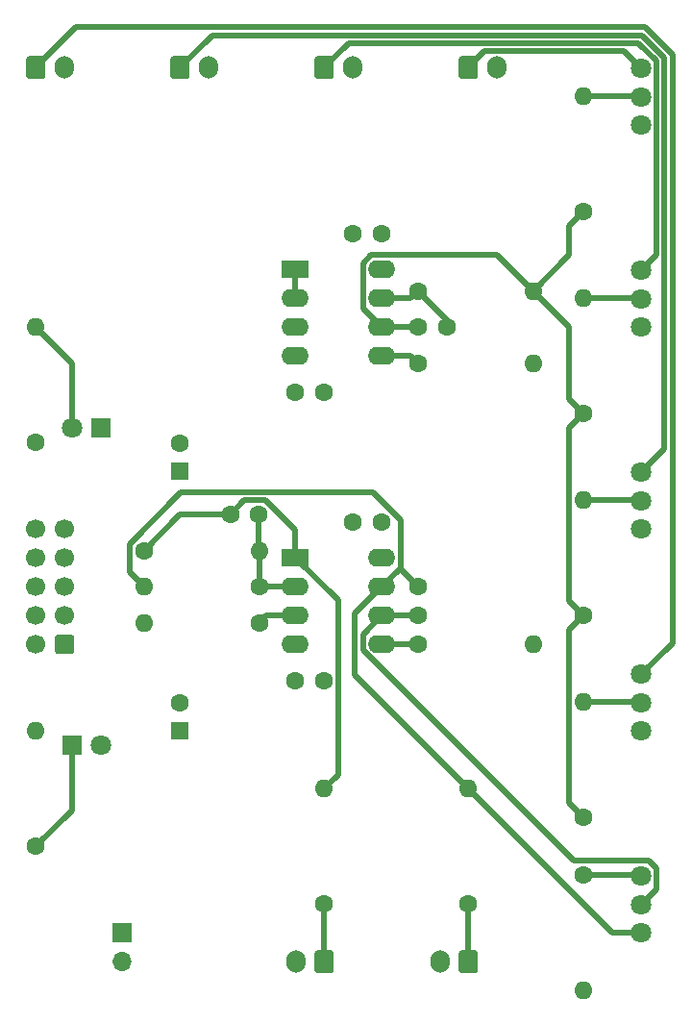
<source format=gtl>
G04 #@! TF.GenerationSoftware,KiCad,Pcbnew,(5.1.10)-1*
G04 #@! TF.CreationDate,2021-07-20T07:39:07+09:00*
G04 #@! TF.ProjectId,MIX04,4d495830-342e-46b6-9963-61645f706362,Ver. 1.0*
G04 #@! TF.SameCoordinates,Original*
G04 #@! TF.FileFunction,Copper,L1,Top*
G04 #@! TF.FilePolarity,Positive*
%FSLAX46Y46*%
G04 Gerber Fmt 4.6, Leading zero omitted, Abs format (unit mm)*
G04 Created by KiCad (PCBNEW (5.1.10)-1) date 2021-07-20 07:39:07*
%MOMM*%
%LPD*%
G01*
G04 APERTURE LIST*
G04 #@! TA.AperFunction,ComponentPad*
%ADD10O,2.400000X1.600000*%
G04 #@! TD*
G04 #@! TA.AperFunction,ComponentPad*
%ADD11R,2.400000X1.600000*%
G04 #@! TD*
G04 #@! TA.AperFunction,ComponentPad*
%ADD12C,1.800000*%
G04 #@! TD*
G04 #@! TA.AperFunction,ComponentPad*
%ADD13O,1.600000X1.600000*%
G04 #@! TD*
G04 #@! TA.AperFunction,ComponentPad*
%ADD14C,1.600000*%
G04 #@! TD*
G04 #@! TA.AperFunction,ComponentPad*
%ADD15O,1.700000X1.700000*%
G04 #@! TD*
G04 #@! TA.AperFunction,ComponentPad*
%ADD16R,1.700000X1.700000*%
G04 #@! TD*
G04 #@! TA.AperFunction,ComponentPad*
%ADD17C,1.700000*%
G04 #@! TD*
G04 #@! TA.AperFunction,ComponentPad*
%ADD18O,1.700000X2.000000*%
G04 #@! TD*
G04 #@! TA.AperFunction,ComponentPad*
%ADD19R,1.800000X1.800000*%
G04 #@! TD*
G04 #@! TA.AperFunction,ComponentPad*
%ADD20R,1.600000X1.600000*%
G04 #@! TD*
G04 #@! TA.AperFunction,Conductor*
%ADD21C,0.500000*%
G04 #@! TD*
G04 APERTURE END LIST*
D10*
G04 #@! TO.P,U1,8*
G04 #@! TO.N,+12V*
X139700000Y-101600000D03*
G04 #@! TO.P,U1,4*
G04 #@! TO.N,-12V*
X132080000Y-109220000D03*
G04 #@! TO.P,U1,7*
G04 #@! TO.N,Net-(C3-Pad1)*
X139700000Y-104140000D03*
G04 #@! TO.P,U1,3*
G04 #@! TO.N,Net-(R7-Pad1)*
X132080000Y-106680000D03*
G04 #@! TO.P,U1,6*
G04 #@! TO.N,Net-(C3-Pad2)*
X139700000Y-106680000D03*
G04 #@! TO.P,U1,2*
G04 #@! TO.N,Net-(C1-Pad2)*
X132080000Y-104140000D03*
G04 #@! TO.P,U1,5*
G04 #@! TO.N,Net-(R11-Pad1)*
X139700000Y-109220000D03*
D11*
G04 #@! TO.P,U1,1*
G04 #@! TO.N,Net-(C1-Pad1)*
X132080000Y-101600000D03*
G04 #@! TD*
D10*
G04 #@! TO.P,U2,8*
G04 #@! TO.N,+12V*
X139700000Y-76200000D03*
G04 #@! TO.P,U2,4*
G04 #@! TO.N,-12V*
X132080000Y-83820000D03*
G04 #@! TO.P,U2,7*
G04 #@! TO.N,Net-(C2-Pad1)*
X139700000Y-78740000D03*
G04 #@! TO.P,U2,3*
G04 #@! TO.N,GND*
X132080000Y-81280000D03*
G04 #@! TO.P,U2,6*
G04 #@! TO.N,Net-(C2-Pad2)*
X139700000Y-81280000D03*
G04 #@! TO.P,U2,2*
G04 #@! TO.N,Net-(U2-Pad1)*
X132080000Y-78740000D03*
G04 #@! TO.P,U2,5*
G04 #@! TO.N,Net-(R8-Pad1)*
X139700000Y-83820000D03*
D11*
G04 #@! TO.P,U2,1*
G04 #@! TO.N,Net-(U2-Pad1)*
X132080000Y-76200000D03*
G04 #@! TD*
D12*
G04 #@! TO.P,RV5,1*
G04 #@! TO.N,GND*
X162560000Y-116840000D03*
G04 #@! TO.P,RV5,2*
G04 #@! TO.N,Net-(R14-Pad2)*
X162560000Y-114340000D03*
G04 #@! TO.P,RV5,3*
G04 #@! TO.N,Net-(J6-Pad1)*
X162560000Y-111840000D03*
G04 #@! TD*
G04 #@! TO.P,RV4,1*
G04 #@! TO.N,GND*
X162560000Y-99060000D03*
G04 #@! TO.P,RV4,2*
G04 #@! TO.N,Net-(R12-Pad2)*
X162560000Y-96560000D03*
G04 #@! TO.P,RV4,3*
G04 #@! TO.N,Net-(J5-Pad1)*
X162560000Y-94060000D03*
G04 #@! TD*
G04 #@! TO.P,RV3,1*
G04 #@! TO.N,GND*
X162560000Y-81280000D03*
G04 #@! TO.P,RV3,2*
G04 #@! TO.N,Net-(R10-Pad2)*
X162560000Y-78780000D03*
G04 #@! TO.P,RV3,3*
G04 #@! TO.N,Net-(J3-Pad1)*
X162560000Y-76280000D03*
G04 #@! TD*
G04 #@! TO.P,RV2,1*
G04 #@! TO.N,GND*
X162560000Y-63500000D03*
G04 #@! TO.P,RV2,2*
G04 #@! TO.N,Net-(R6-Pad2)*
X162560000Y-61000000D03*
G04 #@! TO.P,RV2,3*
G04 #@! TO.N,Net-(J1-Pad1)*
X162560000Y-58500000D03*
G04 #@! TD*
G04 #@! TO.P,RV1,1*
G04 #@! TO.N,Net-(C3-Pad1)*
X162560000Y-134620000D03*
G04 #@! TO.P,RV1,2*
G04 #@! TO.N,Net-(C3-Pad2)*
X162560000Y-132120000D03*
G04 #@! TO.P,RV1,3*
G04 #@! TO.N,Net-(R4-Pad1)*
X162560000Y-129620000D03*
G04 #@! TD*
D13*
G04 #@! TO.P,R15,2*
G04 #@! TO.N,-12V*
X109220000Y-116840000D03*
D14*
G04 #@! TO.P,R15,1*
G04 #@! TO.N,Net-(D2-Pad1)*
X109220000Y-127000000D03*
G04 #@! TD*
D13*
G04 #@! TO.P,R14,2*
G04 #@! TO.N,Net-(R14-Pad2)*
X157480000Y-114300000D03*
D14*
G04 #@! TO.P,R14,1*
G04 #@! TO.N,Net-(C2-Pad2)*
X157480000Y-124460000D03*
G04 #@! TD*
D13*
G04 #@! TO.P,R13,2*
G04 #@! TO.N,Net-(D1-Pad2)*
X109220000Y-81280000D03*
D14*
G04 #@! TO.P,R13,1*
G04 #@! TO.N,+12V*
X109220000Y-91440000D03*
G04 #@! TD*
D13*
G04 #@! TO.P,R12,2*
G04 #@! TO.N,Net-(R12-Pad2)*
X157480000Y-96520000D03*
D14*
G04 #@! TO.P,R12,1*
G04 #@! TO.N,Net-(C2-Pad2)*
X157480000Y-106680000D03*
G04 #@! TD*
D13*
G04 #@! TO.P,R11,2*
G04 #@! TO.N,GND*
X153035000Y-109220000D03*
D14*
G04 #@! TO.P,R11,1*
G04 #@! TO.N,Net-(R11-Pad1)*
X142875000Y-109220000D03*
G04 #@! TD*
D13*
G04 #@! TO.P,R10,2*
G04 #@! TO.N,Net-(R10-Pad2)*
X157480000Y-78740000D03*
D14*
G04 #@! TO.P,R10,1*
G04 #@! TO.N,Net-(C2-Pad2)*
X157480000Y-88900000D03*
G04 #@! TD*
D13*
G04 #@! TO.P,R9,2*
G04 #@! TO.N,Net-(C3-Pad1)*
X147320000Y-121920000D03*
D14*
G04 #@! TO.P,R9,1*
G04 #@! TO.N,Net-(J4-Pad1)*
X147320000Y-132080000D03*
G04 #@! TD*
D13*
G04 #@! TO.P,R8,2*
G04 #@! TO.N,GND*
X153035000Y-84455000D03*
D14*
G04 #@! TO.P,R8,1*
G04 #@! TO.N,Net-(R8-Pad1)*
X142875000Y-84455000D03*
G04 #@! TD*
D13*
G04 #@! TO.P,R7,2*
G04 #@! TO.N,GND*
X118745000Y-107315000D03*
D14*
G04 #@! TO.P,R7,1*
G04 #@! TO.N,Net-(R7-Pad1)*
X128905000Y-107315000D03*
G04 #@! TD*
D13*
G04 #@! TO.P,R6,2*
G04 #@! TO.N,Net-(R6-Pad2)*
X157480000Y-60960000D03*
D14*
G04 #@! TO.P,R6,1*
G04 #@! TO.N,Net-(C2-Pad2)*
X157480000Y-71120000D03*
G04 #@! TD*
D13*
G04 #@! TO.P,R5,2*
G04 #@! TO.N,Net-(C3-Pad1)*
X118745000Y-104140000D03*
D14*
G04 #@! TO.P,R5,1*
G04 #@! TO.N,Net-(C1-Pad2)*
X128905000Y-104140000D03*
G04 #@! TD*
D13*
G04 #@! TO.P,R4,2*
G04 #@! TO.N,Net-(C2-Pad1)*
X157480000Y-139700000D03*
D14*
G04 #@! TO.P,R4,1*
G04 #@! TO.N,Net-(R4-Pad1)*
X157480000Y-129540000D03*
G04 #@! TD*
D13*
G04 #@! TO.P,R3,2*
G04 #@! TO.N,Net-(C1-Pad1)*
X134620000Y-121920000D03*
D14*
G04 #@! TO.P,R3,1*
G04 #@! TO.N,Net-(J2-Pad1)*
X134620000Y-132080000D03*
G04 #@! TD*
D13*
G04 #@! TO.P,R2,2*
G04 #@! TO.N,Net-(C2-Pad2)*
X153035000Y-78105000D03*
D14*
G04 #@! TO.P,R2,1*
G04 #@! TO.N,Net-(C2-Pad1)*
X142875000Y-78105000D03*
G04 #@! TD*
D13*
G04 #@! TO.P,R1,2*
G04 #@! TO.N,Net-(C1-Pad2)*
X128905000Y-100965000D03*
D14*
G04 #@! TO.P,R1,1*
G04 #@! TO.N,Net-(C1-Pad1)*
X118745000Y-100965000D03*
G04 #@! TD*
D15*
G04 #@! TO.P,J8,2*
G04 #@! TO.N,GND*
X116840000Y-137160000D03*
D16*
G04 #@! TO.P,J8,1*
X116840000Y-134620000D03*
G04 #@! TD*
D17*
G04 #@! TO.P,J7,10*
G04 #@! TO.N,+12V*
X109220000Y-99060000D03*
G04 #@! TO.P,J7,8*
G04 #@! TO.N,GND*
X109220000Y-101600000D03*
G04 #@! TO.P,J7,6*
X109220000Y-104140000D03*
G04 #@! TO.P,J7,4*
X109220000Y-106680000D03*
G04 #@! TO.P,J7,2*
G04 #@! TO.N,-12V*
X109220000Y-109220000D03*
G04 #@! TO.P,J7,9*
G04 #@! TO.N,+12V*
X111760000Y-99060000D03*
G04 #@! TO.P,J7,7*
G04 #@! TO.N,GND*
X111760000Y-101600000D03*
G04 #@! TO.P,J7,5*
X111760000Y-104140000D03*
G04 #@! TO.P,J7,3*
X111760000Y-106680000D03*
G04 #@! TO.P,J7,1*
G04 #@! TO.N,-12V*
G04 #@! TA.AperFunction,ComponentPad*
G36*
G01*
X112610000Y-108620000D02*
X112610000Y-109820000D01*
G75*
G02*
X112360000Y-110070000I-250000J0D01*
G01*
X111160000Y-110070000D01*
G75*
G02*
X110910000Y-109820000I0J250000D01*
G01*
X110910000Y-108620000D01*
G75*
G02*
X111160000Y-108370000I250000J0D01*
G01*
X112360000Y-108370000D01*
G75*
G02*
X112610000Y-108620000I0J-250000D01*
G01*
G37*
G04 #@! TD.AperFunction*
G04 #@! TD*
D18*
G04 #@! TO.P,J6,2*
G04 #@! TO.N,GND*
X111720000Y-58420000D03*
G04 #@! TO.P,J6,1*
G04 #@! TO.N,Net-(J6-Pad1)*
G04 #@! TA.AperFunction,ComponentPad*
G36*
G01*
X108370000Y-59170000D02*
X108370000Y-57670000D01*
G75*
G02*
X108620000Y-57420000I250000J0D01*
G01*
X109820000Y-57420000D01*
G75*
G02*
X110070000Y-57670000I0J-250000D01*
G01*
X110070000Y-59170000D01*
G75*
G02*
X109820000Y-59420000I-250000J0D01*
G01*
X108620000Y-59420000D01*
G75*
G02*
X108370000Y-59170000I0J250000D01*
G01*
G37*
G04 #@! TD.AperFunction*
G04 #@! TD*
G04 #@! TO.P,J5,2*
G04 #@! TO.N,GND*
X124420000Y-58420000D03*
G04 #@! TO.P,J5,1*
G04 #@! TO.N,Net-(J5-Pad1)*
G04 #@! TA.AperFunction,ComponentPad*
G36*
G01*
X121070000Y-59170000D02*
X121070000Y-57670000D01*
G75*
G02*
X121320000Y-57420000I250000J0D01*
G01*
X122520000Y-57420000D01*
G75*
G02*
X122770000Y-57670000I0J-250000D01*
G01*
X122770000Y-59170000D01*
G75*
G02*
X122520000Y-59420000I-250000J0D01*
G01*
X121320000Y-59420000D01*
G75*
G02*
X121070000Y-59170000I0J250000D01*
G01*
G37*
G04 #@! TD.AperFunction*
G04 #@! TD*
G04 #@! TO.P,J4,2*
G04 #@! TO.N,GND*
X144820000Y-137160000D03*
G04 #@! TO.P,J4,1*
G04 #@! TO.N,Net-(J4-Pad1)*
G04 #@! TA.AperFunction,ComponentPad*
G36*
G01*
X148170000Y-136410000D02*
X148170000Y-137910000D01*
G75*
G02*
X147920000Y-138160000I-250000J0D01*
G01*
X146720000Y-138160000D01*
G75*
G02*
X146470000Y-137910000I0J250000D01*
G01*
X146470000Y-136410000D01*
G75*
G02*
X146720000Y-136160000I250000J0D01*
G01*
X147920000Y-136160000D01*
G75*
G02*
X148170000Y-136410000I0J-250000D01*
G01*
G37*
G04 #@! TD.AperFunction*
G04 #@! TD*
G04 #@! TO.P,J3,2*
G04 #@! TO.N,GND*
X137120000Y-58420000D03*
G04 #@! TO.P,J3,1*
G04 #@! TO.N,Net-(J3-Pad1)*
G04 #@! TA.AperFunction,ComponentPad*
G36*
G01*
X133770000Y-59170000D02*
X133770000Y-57670000D01*
G75*
G02*
X134020000Y-57420000I250000J0D01*
G01*
X135220000Y-57420000D01*
G75*
G02*
X135470000Y-57670000I0J-250000D01*
G01*
X135470000Y-59170000D01*
G75*
G02*
X135220000Y-59420000I-250000J0D01*
G01*
X134020000Y-59420000D01*
G75*
G02*
X133770000Y-59170000I0J250000D01*
G01*
G37*
G04 #@! TD.AperFunction*
G04 #@! TD*
G04 #@! TO.P,J2,2*
G04 #@! TO.N,GND*
X132120000Y-137160000D03*
G04 #@! TO.P,J2,1*
G04 #@! TO.N,Net-(J2-Pad1)*
G04 #@! TA.AperFunction,ComponentPad*
G36*
G01*
X135470000Y-136410000D02*
X135470000Y-137910000D01*
G75*
G02*
X135220000Y-138160000I-250000J0D01*
G01*
X134020000Y-138160000D01*
G75*
G02*
X133770000Y-137910000I0J250000D01*
G01*
X133770000Y-136410000D01*
G75*
G02*
X134020000Y-136160000I250000J0D01*
G01*
X135220000Y-136160000D01*
G75*
G02*
X135470000Y-136410000I0J-250000D01*
G01*
G37*
G04 #@! TD.AperFunction*
G04 #@! TD*
G04 #@! TO.P,J1,2*
G04 #@! TO.N,GND*
X149820000Y-58420000D03*
G04 #@! TO.P,J1,1*
G04 #@! TO.N,Net-(J1-Pad1)*
G04 #@! TA.AperFunction,ComponentPad*
G36*
G01*
X146470000Y-59170000D02*
X146470000Y-57670000D01*
G75*
G02*
X146720000Y-57420000I250000J0D01*
G01*
X147920000Y-57420000D01*
G75*
G02*
X148170000Y-57670000I0J-250000D01*
G01*
X148170000Y-59170000D01*
G75*
G02*
X147920000Y-59420000I-250000J0D01*
G01*
X146720000Y-59420000D01*
G75*
G02*
X146470000Y-59170000I0J250000D01*
G01*
G37*
G04 #@! TD.AperFunction*
G04 #@! TD*
D12*
G04 #@! TO.P,D2,2*
G04 #@! TO.N,GND*
X114935000Y-118110000D03*
D19*
G04 #@! TO.P,D2,1*
G04 #@! TO.N,Net-(D2-Pad1)*
X112395000Y-118110000D03*
G04 #@! TD*
D12*
G04 #@! TO.P,D1,2*
G04 #@! TO.N,Net-(D1-Pad2)*
X112395000Y-90170000D03*
D19*
G04 #@! TO.P,D1,1*
G04 #@! TO.N,GND*
X114935000Y-90170000D03*
G04 #@! TD*
D14*
G04 #@! TO.P,C9,2*
G04 #@! TO.N,GND*
X134580000Y-86995000D03*
G04 #@! TO.P,C9,1*
G04 #@! TO.N,-12V*
X132080000Y-86995000D03*
G04 #@! TD*
G04 #@! TO.P,C8,2*
G04 #@! TO.N,GND*
X134580000Y-112395000D03*
G04 #@! TO.P,C8,1*
G04 #@! TO.N,-12V*
X132080000Y-112395000D03*
G04 #@! TD*
G04 #@! TO.P,C7,2*
G04 #@! TO.N,-12V*
X121920000Y-114340000D03*
D20*
G04 #@! TO.P,C7,1*
G04 #@! TO.N,GND*
X121920000Y-116840000D03*
G04 #@! TD*
D14*
G04 #@! TO.P,C6,2*
G04 #@! TO.N,GND*
X121920000Y-91480000D03*
D20*
G04 #@! TO.P,C6,1*
G04 #@! TO.N,+12V*
X121920000Y-93980000D03*
G04 #@! TD*
D14*
G04 #@! TO.P,C5,2*
G04 #@! TO.N,+12V*
X139660000Y-73025000D03*
G04 #@! TO.P,C5,1*
G04 #@! TO.N,GND*
X137160000Y-73025000D03*
G04 #@! TD*
G04 #@! TO.P,C4,2*
G04 #@! TO.N,+12V*
X139660000Y-98425000D03*
G04 #@! TO.P,C4,1*
G04 #@! TO.N,GND*
X137160000Y-98425000D03*
G04 #@! TD*
G04 #@! TO.P,C3,2*
G04 #@! TO.N,Net-(C3-Pad2)*
X142875000Y-106640000D03*
G04 #@! TO.P,C3,1*
G04 #@! TO.N,Net-(C3-Pad1)*
X142875000Y-104140000D03*
G04 #@! TD*
G04 #@! TO.P,C2,2*
G04 #@! TO.N,Net-(C2-Pad2)*
X142915000Y-81280000D03*
G04 #@! TO.P,C2,1*
G04 #@! TO.N,Net-(C2-Pad1)*
X145415000Y-81280000D03*
G04 #@! TD*
G04 #@! TO.P,C1,2*
G04 #@! TO.N,Net-(C1-Pad2)*
X128865000Y-97790000D03*
G04 #@! TO.P,C1,1*
G04 #@! TO.N,Net-(C1-Pad1)*
X126365000Y-97790000D03*
G04 #@! TD*
D21*
G04 #@! TO.N,Net-(C1-Pad2)*
X128865000Y-100925000D02*
X128905000Y-100965000D01*
X128865000Y-97790000D02*
X128865000Y-100925000D01*
X128905000Y-100965000D02*
X128905000Y-104140000D01*
X128905000Y-104140000D02*
X132080000Y-104140000D01*
G04 #@! TO.N,Net-(C1-Pad1)*
X121920000Y-97790000D02*
X118745000Y-100965000D01*
X126365000Y-97790000D02*
X121920000Y-97790000D01*
X127615001Y-96539999D02*
X126365000Y-97790000D01*
X129465001Y-96539999D02*
X127615001Y-96539999D01*
X132080000Y-99154998D02*
X129465001Y-96539999D01*
X132080000Y-101600000D02*
X132080000Y-99154998D01*
X135830001Y-120709999D02*
X134620000Y-121920000D01*
X135830001Y-105350001D02*
X135830001Y-120709999D01*
X132080000Y-101600000D02*
X135830001Y-105350001D01*
G04 #@! TO.N,Net-(C2-Pad2)*
X139700000Y-81280000D02*
X142915000Y-81280000D01*
X156229999Y-123209999D02*
X156229999Y-107930001D01*
X156229999Y-107930001D02*
X157480000Y-106680000D01*
X157480000Y-124460000D02*
X156229999Y-123209999D01*
X156229999Y-90150001D02*
X157480000Y-88900000D01*
X156229999Y-105429999D02*
X156229999Y-90150001D01*
X157480000Y-106680000D02*
X156229999Y-105429999D01*
X138782229Y-74949990D02*
X149879990Y-74949990D01*
X138049990Y-75682229D02*
X138782229Y-74949990D01*
X149879990Y-74949990D02*
X153035000Y-78105000D01*
X138049990Y-79629990D02*
X138049990Y-75682229D01*
X139700000Y-81280000D02*
X138049990Y-79629990D01*
X153035000Y-78105000D02*
X156210000Y-81280000D01*
X156210000Y-87630000D02*
X157480000Y-88900000D01*
X156210000Y-81280000D02*
X156210000Y-87630000D01*
X153035000Y-78105000D02*
X156210000Y-74930000D01*
X156210000Y-74930000D02*
X156210000Y-72390000D01*
X156210000Y-72390000D02*
X157480000Y-71120000D01*
G04 #@! TO.N,Net-(C2-Pad1)*
X142240000Y-78740000D02*
X142875000Y-78105000D01*
X139700000Y-78740000D02*
X142240000Y-78740000D01*
X145415000Y-80645000D02*
X142875000Y-78105000D01*
X145415000Y-81280000D02*
X145415000Y-80645000D01*
G04 #@! TO.N,Net-(C3-Pad2)*
X138049990Y-108330010D02*
X139700000Y-106680000D01*
X138049990Y-109737771D02*
X138049990Y-108330010D01*
X163910001Y-130769999D02*
X163910001Y-128971999D01*
X162560000Y-132120000D02*
X163910001Y-130769999D01*
X138049990Y-109737771D02*
X156582219Y-128270000D01*
X163208002Y-128270000D02*
X163910001Y-128971999D01*
X156582219Y-128270000D02*
X163208002Y-128270000D01*
X142835000Y-106680000D02*
X142875000Y-106640000D01*
X139700000Y-106680000D02*
X142835000Y-106680000D01*
G04 #@! TO.N,Net-(C3-Pad1)*
X141350010Y-102489990D02*
X139700000Y-104140000D01*
X122020009Y-95839989D02*
X138924991Y-95839989D01*
X117494999Y-100364999D02*
X122020009Y-95839989D01*
X141350010Y-98265008D02*
X141350010Y-102489990D01*
X138924991Y-95839989D02*
X141350010Y-98265008D01*
X117494999Y-102889999D02*
X117494999Y-100364999D01*
X118745000Y-104140000D02*
X117494999Y-102889999D01*
X160020000Y-134620000D02*
X162560000Y-134620000D01*
X147320000Y-121920000D02*
X160020000Y-134620000D01*
X137349980Y-106490020D02*
X139700000Y-104140000D01*
X137349980Y-111949980D02*
X137349980Y-106490020D01*
X147320000Y-121920000D02*
X137349980Y-111949980D01*
X141350010Y-102615010D02*
X141350010Y-102489990D01*
X142875000Y-104140000D02*
X141350010Y-102615010D01*
G04 #@! TO.N,Net-(D1-Pad2)*
X112395000Y-84455000D02*
X109220000Y-81280000D01*
X112395000Y-90170000D02*
X112395000Y-84455000D01*
G04 #@! TO.N,Net-(D2-Pad1)*
X112395000Y-123825000D02*
X109220000Y-127000000D01*
X112395000Y-118110000D02*
X112395000Y-123825000D01*
G04 #@! TO.N,Net-(J1-Pad1)*
X148770010Y-56969990D02*
X147320000Y-58420000D01*
X161029990Y-56969990D02*
X148770010Y-56969990D01*
X162560000Y-58500000D02*
X161029990Y-56969990D01*
G04 #@! TO.N,Net-(J2-Pad1)*
X134620000Y-132080000D02*
X134620000Y-137160000D01*
G04 #@! TO.N,Net-(J3-Pad1)*
X136770020Y-56269980D02*
X134620000Y-58420000D01*
X163910001Y-74929999D02*
X163910001Y-57851999D01*
X162327982Y-56269980D02*
X136770020Y-56269980D01*
X163910001Y-57851999D02*
X162327982Y-56269980D01*
X162560000Y-76280000D02*
X163910001Y-74929999D01*
G04 #@! TO.N,Net-(J4-Pad1)*
X147320000Y-132080000D02*
X147320000Y-137160000D01*
G04 #@! TO.N,Net-(J5-Pad1)*
X124770030Y-55569970D02*
X121920000Y-58420000D01*
X162617935Y-55569970D02*
X124770030Y-55569970D01*
X164610011Y-92009989D02*
X164610011Y-57562046D01*
X164610011Y-57562046D02*
X162617935Y-55569970D01*
X162560000Y-94060000D02*
X164610011Y-92009989D01*
G04 #@! TO.N,Net-(J6-Pad1)*
X112770040Y-54869960D02*
X109220000Y-58420000D01*
X165310021Y-57272093D02*
X162907888Y-54869960D01*
X165310021Y-109089979D02*
X165310021Y-57272093D01*
X162907888Y-54869960D02*
X112770040Y-54869960D01*
X162560000Y-111840000D02*
X165310021Y-109089979D01*
G04 #@! TO.N,Net-(R4-Pad1)*
X162480000Y-129540000D02*
X162560000Y-129620000D01*
X157480000Y-129540000D02*
X162480000Y-129540000D01*
G04 #@! TO.N,Net-(R6-Pad2)*
X162520000Y-60960000D02*
X162560000Y-61000000D01*
X157480000Y-60960000D02*
X162520000Y-60960000D01*
G04 #@! TO.N,Net-(R7-Pad1)*
X129540000Y-106680000D02*
X128905000Y-107315000D01*
X132080000Y-106680000D02*
X129540000Y-106680000D01*
G04 #@! TO.N,Net-(R8-Pad1)*
X142240000Y-83820000D02*
X142875000Y-84455000D01*
X139700000Y-83820000D02*
X142240000Y-83820000D01*
G04 #@! TO.N,Net-(R10-Pad2)*
X162520000Y-78740000D02*
X162560000Y-78780000D01*
X157480000Y-78740000D02*
X162520000Y-78740000D01*
G04 #@! TO.N,Net-(R11-Pad1)*
X139700000Y-109220000D02*
X142875000Y-109220000D01*
G04 #@! TO.N,Net-(R12-Pad2)*
X162520000Y-96520000D02*
X162560000Y-96560000D01*
X157480000Y-96520000D02*
X162520000Y-96520000D01*
G04 #@! TO.N,Net-(R14-Pad2)*
X162520000Y-114300000D02*
X162560000Y-114340000D01*
X157480000Y-114300000D02*
X162520000Y-114300000D01*
G04 #@! TO.N,Net-(U2-Pad1)*
X132080000Y-76200000D02*
X132080000Y-78740000D01*
G04 #@! TD*
M02*

</source>
